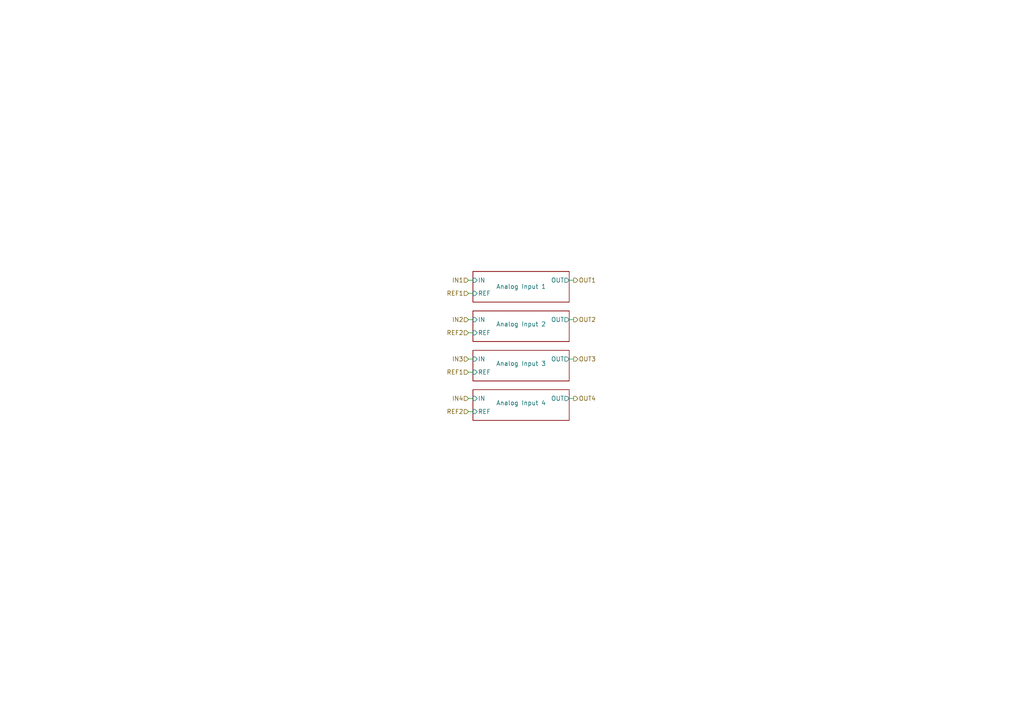
<source format=kicad_sch>
(kicad_sch (version 20230121) (generator eeschema)
  (paper "A4")
  (title_block (title "Analog Inputs") (date "2023-07-01") (rev "${REVISION}") (company "Author: I. Kajdan") (comment 1 "Reviewer:"))
  (lib_symbols)
  (wire (pts (xy 135.89 104.14) (xy 137.16 104.14)))
  (wire (pts (xy 165.1 92.71) (xy 166.37 92.71)))
  (wire (pts (xy 135.89 107.95) (xy 137.16 107.95)))
  (wire (pts (xy 135.89 81.28) (xy 137.16 81.28)))
  (wire (pts (xy 165.1 115.57) (xy 166.37 115.57)))
  (wire (pts (xy 135.89 115.57) (xy 137.16 115.57)))
  (wire (pts (xy 135.89 96.52) (xy 137.16 96.52)))
  (wire (pts (xy 135.89 119.38) (xy 137.16 119.38)))
  (wire (pts (xy 165.1 81.28) (xy 166.37 81.28)))
  (wire (pts (xy 135.89 85.09) (xy 137.16 85.09)))
  (wire (pts (xy 165.1 104.14) (xy 166.37 104.14)))
  (wire (pts (xy 135.89 92.71) (xy 137.16 92.71)))
  (hierarchical_label "REF1" (shape input) (at 135.89 107.95 180))
  (hierarchical_label "IN4" (shape input) (at 135.89 115.57 180))
  (hierarchical_label "OUT2" (shape output) (at 166.37 92.71 0))
  (hierarchical_label "REF2" (shape input) (at 135.89 96.52 180))
  (hierarchical_label "OUT4" (shape output) (at 166.37 115.57 0))
  (hierarchical_label "REF2" (shape input) (at 135.89 119.38 180))
  (hierarchical_label "REF1" (shape input) (at 135.89 85.09 180))
  (hierarchical_label "IN3" (shape input) (at 135.89 104.14 180))
  (hierarchical_label "OUT3" (shape output) (at 166.37 104.14 0))
  (hierarchical_label "IN1" (shape input) (at 135.89 81.28 180))
  (hierarchical_label "OUT1" (shape output) (at 166.37 81.28 0))
  (hierarchical_label "IN2" (shape input) (at 135.89 92.71 180))
  (sheet (at 137.16 78.74) (size 27.94 8.89) (stroke (width 0.1524))
    (property "Sheetname" "Analog Input 1" (at 151.13 83.1084 0))
    (property "Sheetfile" "analog_input.kicad_sch" (effects hide))
    (pin "IN" input (at 137.16 81.28 180))
    (pin "OUT" output (at 165.1 81.28 0))
    (pin "REF" input (at 137.16 85.09 180))
  )
  (sheet (at 137.16 101.6) (size 27.94 8.89) (stroke (width 0.1524))
    (property "Sheetname" "Analog Input 3" (at 151.13 104.6984 0) (effects (justify top)))
    (property "Sheetfile" "analog_input.kicad_sch" (effects hide))
    (pin "IN" input (at 137.16 104.14 180))
    (pin "OUT" output (at 165.1 104.14 0))
    (pin "REF" input (at 137.16 107.95 180))
  )
  (sheet (at 137.16 113.03) (size 27.94 8.89) (stroke (width 0.1524))
    (property "Sheetname" "Analog Input 4" (at 151.13 116.1284 0) (effects (justify top)))
    (property "Sheetfile" "analog_input.kicad_sch" (effects hide))
    (pin "IN" input (at 137.16 115.57 180))
    (pin "OUT" output (at 165.1 115.57 0))
    (pin "REF" input (at 137.16 119.38 180))
  )
  (sheet (at 137.16 90.17) (size 27.94 8.89) (stroke (width 0.1524))
    (property "Sheetname" "Analog Input 2" (at 151.13 93.2684 0) (effects (justify top)))
    (property "Sheetfile" "analog_input.kicad_sch" (effects hide))
    (pin "IN" input (at 137.16 92.71 180))
    (pin "OUT" output (at 165.1 92.71 0))
    (pin "REF" input (at 137.16 96.52 180))
  )
)
</source>
